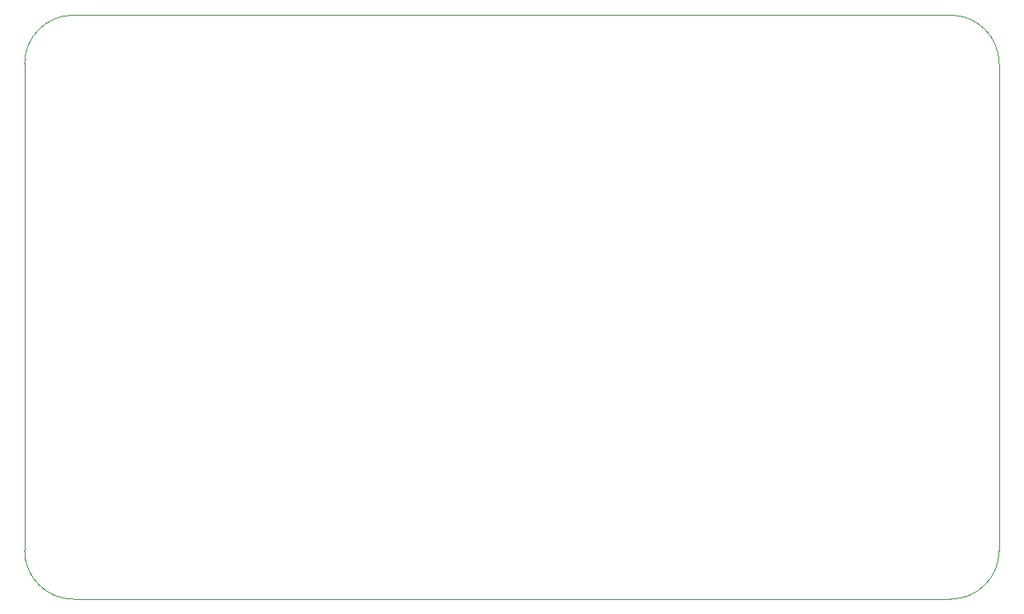
<source format=gm1>
G04 #@! TF.GenerationSoftware,KiCad,Pcbnew,(5.1.2)-1*
G04 #@! TF.CreationDate,2019-05-18T22:17:39-04:00*
G04 #@! TF.ProjectId,Simon Says Game,53696d6f-6e20-4536-9179-732047616d65,rev?*
G04 #@! TF.SameCoordinates,Original*
G04 #@! TF.FileFunction,Profile,NP*
%FSLAX46Y46*%
G04 Gerber Fmt 4.6, Leading zero omitted, Abs format (unit mm)*
G04 Created by KiCad (PCBNEW (5.1.2)-1) date 2019-05-18 22:17:39*
%MOMM*%
%LPD*%
G04 APERTURE LIST*
%ADD10C,0.050000*%
G04 APERTURE END LIST*
D10*
X85000000Y-110000000D02*
X175000000Y-110000000D01*
X85000000Y-110000000D02*
G75*
G02X80000000Y-105000000I0J5000000D01*
G01*
X180000000Y-105000000D02*
G75*
G02X175000000Y-110000000I-5000000J0D01*
G01*
X180000000Y-95000000D02*
X180000000Y-105000000D01*
X80000000Y-95000000D02*
X80000000Y-105000000D01*
X80000000Y-95000000D02*
X80000000Y-55000000D01*
X180000000Y-55000000D02*
X180000000Y-95000000D01*
X85000000Y-50000000D02*
X175000000Y-50000000D01*
X80000000Y-55000000D02*
G75*
G02X85000000Y-50000000I5000000J0D01*
G01*
X175000000Y-50000000D02*
G75*
G02X180000000Y-55000000I0J-5000000D01*
G01*
M02*

</source>
